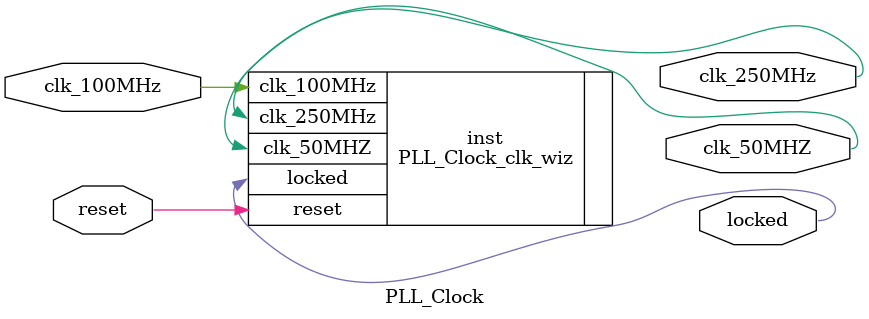
<source format=v>


`timescale 1ps/1ps

(* CORE_GENERATION_INFO = "PLL_Clock,clk_wiz_v6_0_6_0_0,{component_name=PLL_Clock,use_phase_alignment=true,use_min_o_jitter=false,use_max_i_jitter=false,use_dyn_phase_shift=false,use_inclk_switchover=false,use_dyn_reconfig=false,enable_axi=0,feedback_source=FDBK_AUTO,PRIMITIVE=MMCM,num_out_clk=2,clkin1_period=10.000,clkin2_period=10.000,use_power_down=false,use_reset=true,use_locked=true,use_inclk_stopped=false,feedback_type=SINGLE,CLOCK_MGR_TYPE=NA,manual_override=false}" *)

module PLL_Clock 
 (
  // Clock out ports
  output        clk_250MHz,
  output        clk_50MHZ,
  // Status and control signals
  input         reset,
  output        locked,
 // Clock in ports
  input         clk_100MHz
 );

  PLL_Clock_clk_wiz inst
  (
  // Clock out ports  
  .clk_250MHz(clk_250MHz),
  .clk_50MHZ(clk_50MHZ),
  // Status and control signals               
  .reset(reset), 
  .locked(locked),
 // Clock in ports
  .clk_100MHz(clk_100MHz)
  );

endmodule

</source>
